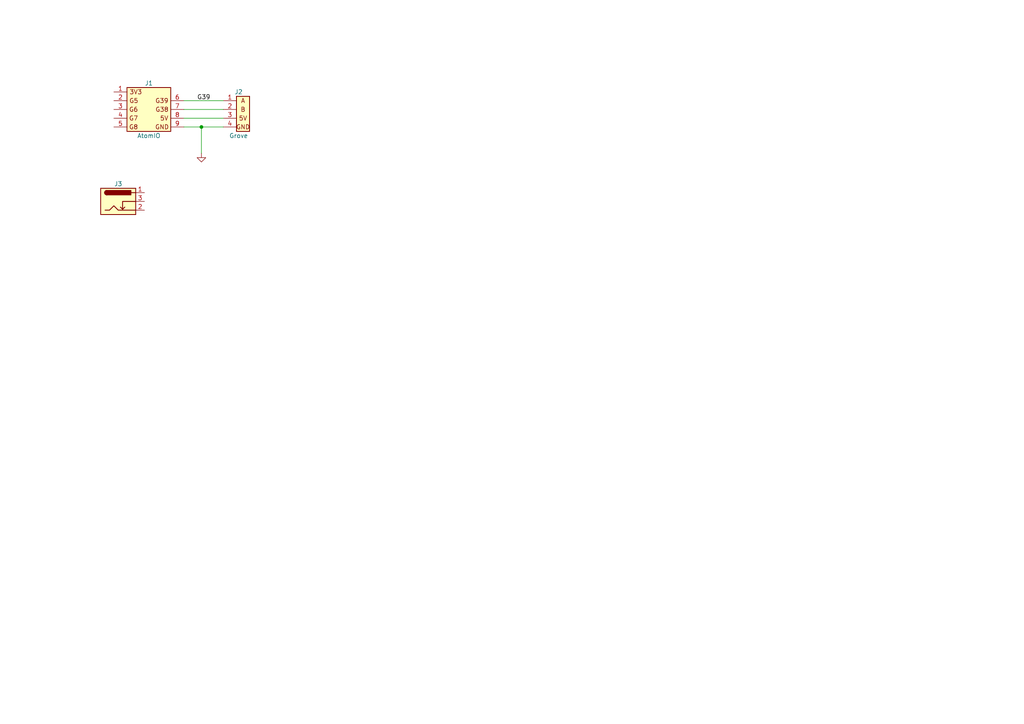
<source format=kicad_sch>
(kicad_sch (version 20230121) (generator eeschema)
  (paper "A4")
  (lib_symbols
    (symbol "Connector:Barrel_Jack_Switch" (pin_names hide)
      (property "Reference" "J" (at 0 5.334 0))
      (property "Value" "Barrel_Jack_Switch" (at 0 -5.08 0))
      (symbol "Barrel_Jack_Switch_0_1"
        (rectangle (start -5.08 3.81) (end 5.08 -3.81) (stroke (width 0.254)) (fill (type background)))
        (arc (start -3.302 3.175) (mid -3.9343 2.54) (end -3.302 1.905) (stroke (width 0.254)))
        (arc (start -3.302 3.175) (mid -3.9343 2.54) (end -3.302 1.905) (stroke (width 0.254)) (fill (type outline)))
        (polyline (pts (xy 1.27 -2.286) (xy 1.905 -1.651)) (stroke (width 0.254)))
        (polyline (pts (xy 5.08 2.54) (xy 3.81 2.54)) (stroke (width 0.254)))
        (polyline (pts (xy 5.08 0) (xy 1.27 0) (xy 1.27 -2.286) (xy 0.635 -1.651)) (stroke (width 0.254)))
        (polyline (pts (xy -3.81 -2.54) (xy -2.54 -2.54) (xy -1.27 -1.27) (xy 0 -2.54) (xy 2.54 -2.54) (xy 5.08 -2.54)) (stroke (width 0.254)))
        (rectangle (start 3.683 3.175) (end -3.302 1.905) (stroke (width 0.254)) (fill (type outline)))
      )
      (symbol "Barrel_Jack_Switch_1_1"
        (pin passive line (at 7.62 2.54 180) (length 2.54) (name "~") (number "1"))
        (pin passive line (at 7.62 -2.54 180) (length 2.54) (name "~") (number "2"))
        (pin passive line (at 7.62 0 180) (length 2.54) (name "~") (number "3"))
      )
    )
    (symbol "Connector_Generic:Conn_01x04" (pin_names (offset 1.016) hide)
      (property "Reference" "J2" (at -0.635 5.08 0))
      (property "Value" "Grove" (at -0.635 -7.62 0))
      (symbol "Conn_01x04_1_1"
        (rectangle (start -1.27 3.81) (end 2.54 -6.35) (stroke (width 0.254)) (fill (type background)))
        (text "5V" (at 0.635 -2.54 0) (effects (font (size 1.27 1.27))))
        (text "A" (at 0.635 2.54 0) (effects (font (size 1.27 1.27))))
        (text "B" (at 0.635 0 0) (effects (font (size 1.27 1.27))))
        (text "GND" (at 0.635 -5.08 0) (effects (font (size 1.27 1.27))))
        (pin bidirectional line (at -5.08 2.54 0) (length 3.81) (name "Pin_1") (number "1"))
        (pin bidirectional line (at -5.08 0 0) (length 3.81) (name "Pin_2") (number "2"))
        (pin power_in line (at -5.08 -2.54 0) (length 3.81) (name "5V") (number "3"))
        (pin power_in line (at -5.08 -5.08 0) (length 3.81) (name "GND") (number "4"))
      )
    )
    (symbol "Connector_Generic:Conn_01x09" (pin_names (offset 1.016) hide)
      (property "Reference" "J1" (at 5.08 12.7 0))
      (property "Value" "AtomIO" (at 5.08 -2.54 0))
      (symbol "Conn_01x09_1_1"
        (rectangle (start -1.27 11.43) (end 11.43 -1.27) (stroke (width 0.254)) (fill (type background)))
        (text "3V3" (at 1.27 10.16 0) (effects (font (size 1.27 1.27))))
        (text "5V" (at 9.525 2.54 0) (effects (font (size 1.27 1.27))))
        (text "G38" (at 8.89 5.08 0) (effects (font (size 1.27 1.27))))
        (text "G39" (at 10.795 7.62 0) (effects (font (size 1.27 1.27)) (justify right)))
        (text "G5" (at -0.635 7.62 0) (effects (font (size 1.27 1.27)) (justify left)))
        (text "G6" (at 0.635 5.08 0) (effects (font (size 1.27 1.27))))
        (text "G7" (at 0.635 2.54 0) (effects (font (size 1.27 1.27))))
        (text "G8" (at 0.635 0 0) (effects (font (size 1.27 1.27))))
        (text "GND" (at 8.89 0 0) (effects (font (size 1.27 1.27))))
        (pin power_out line (at -5.08 10.16 0) (length 3.81) (name "Pin_1") (number "1"))
        (pin passive line (at -5.08 7.62 0) (length 3.81) (name "Pin_2") (number "2"))
        (pin passive line (at -5.08 5.08 0) (length 3.81) (name "Pin_3") (number "3"))
        (pin passive line (at -5.08 2.54 0) (length 3.81) (name "Pin_4") (number "4"))
        (pin passive line (at -5.08 0 0) (length 3.81) (name "Pin_5") (number "5"))
        (pin passive line (at 15.24 7.62 180) (length 3.81) (name "Pin_6") (number "6"))
        (pin passive line (at 15.24 5.08 180) (length 3.81) (name "Pin_7") (number "7"))
        (pin power_in line (at 15.24 2.54 180) (length 3.81) (name "Pin_8") (number "8"))
        (pin power_in line (at 15.24 0 180) (length 3.81) (name "Pin_9") (number "9"))
      )
    )
    (symbol "power:GND" (power) (pin_names (offset 0))
      (property "Value" "GND" (at 0 -3.81 0))
      (symbol "GND_0_1"
        (polyline (pts (xy 0 0) (xy 0 -1.27) (xy 1.27 -1.27) (xy 0 -2.54) (xy -1.27 -1.27) (xy 0 -1.27)))
      )
      (symbol "GND_1_1"
        (pin power_in line (at 0 0 270) (length 0) hide (name "GND") (number "1"))
      )
    )
  )
  (junction (at 58.42 36.83))
  (wire (pts (xy 53.34 29.21) (xy 64.77 29.21)))
  (wire (pts (xy 53.34 34.29) (xy 64.77 34.29)))
  (wire (pts (xy 53.34 36.83) (xy 58.42 36.83)))
  (wire (pts (xy 58.42 36.83) (xy 58.42 44.45)))
  (wire (pts (xy 58.42 36.83) (xy 64.77 36.83)))
  (wire (pts (xy 53.34 31.75) (xy 64.77 31.75)))
  (label "G39" (at 57.15 29.21 0))
  (symbol (lib_id "Connector_Generic:Conn_01x04") (at 69.85 31.75 0) (unit 1)
    (property "Reference" "J2" (at 69.215 26.67 0))
    (property "Value" "Grove" (at 69.215 39.37 0))
    (property "Footprint" "Library:Grove" (effects hide))
  )
  (symbol (lib_id "Connector:Barrel_Jack_Switch") (at 34.29 58.42 0) (unit 1)
    (property "Reference" "J3" (at 34.29 53.34 0))
    (property "Value" "Barrel_Jack_Switch" (effects hide))
    (property "Footprint" "Library:PowerJack" (effects hide))
  )
  (symbol (lib_id "Connector_Generic:Conn_01x09") (at 38.1 36.83 0) (unit 1)
    (property "Reference" "J1" (at 43.18 24.13 0))
    (property "Value" "AtomIO" (at 43.18 39.37 0))
    (property "Footprint" "Library:AtomIO" (effects hide))
  )
  (symbol (lib_id "power:GND") (at 58.42 44.45 0) (unit 1)
    (property "Reference" "#PWR01" (effects hide))
    (property "Value" "GND" (effects hide))
  )
)
</source>
